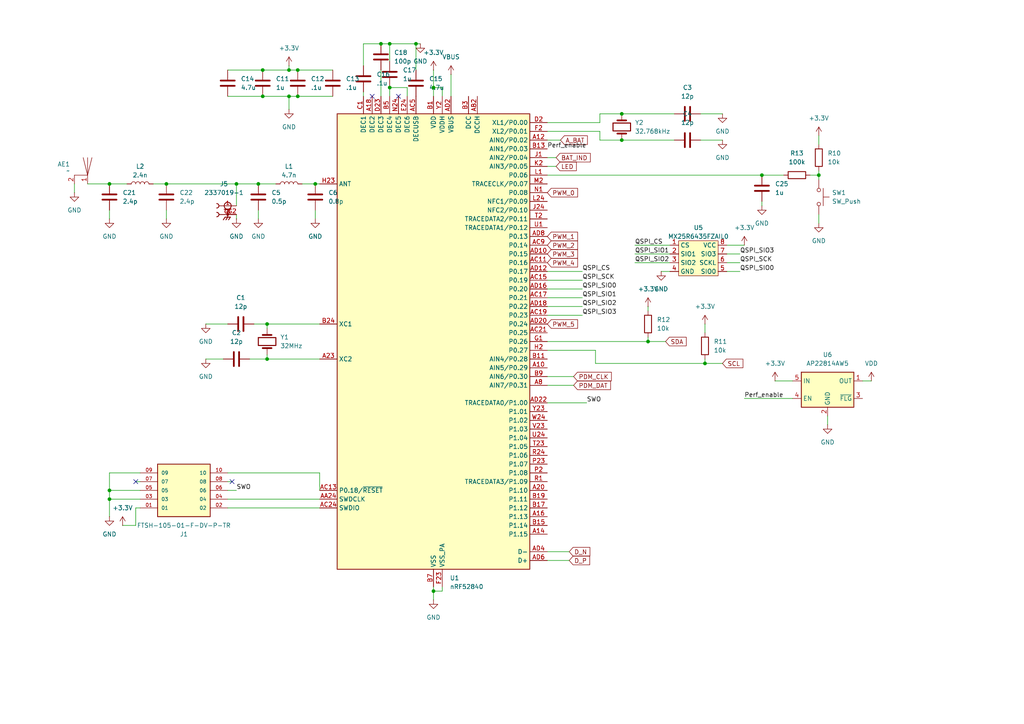
<source format=kicad_sch>
(kicad_sch (version 20231120) (generator "eeschema") (generator_version "8.0")
  (paper "A4")
  (lib_symbols
    (symbol "Device:C" (pin_numbers hide) (pin_names (offset 0.254))
      (property "Reference" "C" (at 0.635 2.54 0))
      (property "Value" "C" (at 0.635 -2.54 0))
      (symbol "C_0_1"
        (polyline (pts (xy -2.032 -0.762) (xy 2.032 -0.762)) (stroke (width 0.508)))
        (polyline (pts (xy -2.032 0.762) (xy 2.032 0.762)) (stroke (width 0.508)))
      )
      (symbol "C_1_1"
        (pin passive line (at 0 3.81 270) (length 2.794) (name "~") (number "1"))
        (pin passive line (at 0 -3.81 90) (length 2.794) (name "~") (number "2"))
      )
    )
    (symbol "Device:Crystal" (pin_numbers hide) (pin_names (offset 1.016) hide)
      (property "Reference" "Y" (at 0 3.81 0))
      (property "Value" "Crystal" (at 0 -3.81 0))
      (symbol "Crystal_0_1"
        (rectangle (start -1.143 2.54) (end 1.143 -2.54) (stroke (width 0.3048)))
        (polyline (pts (xy -2.54 0) (xy -1.905 0)))
        (polyline (pts (xy -1.905 -1.27) (xy -1.905 1.27)) (stroke (width 0.508)))
        (polyline (pts (xy 1.905 -1.27) (xy 1.905 1.27)) (stroke (width 0.508)))
        (polyline (pts (xy 2.54 0) (xy 1.905 0)))
      )
      (symbol "Crystal_1_1"
        (pin passive line (at -3.81 0 0) (length 1.27) (name "1") (number "1"))
        (pin passive line (at 3.81 0 180) (length 1.27) (name "2") (number "2"))
      )
    )
    (symbol "Device:L" (pin_numbers hide) (pin_names (offset 1.016) hide)
      (property "Reference" "L" (at -1.27 0 90))
      (property "Value" "L" (at 1.905 0 90))
      (symbol "L_0_1"
        (arc (start 0 -2.54) (mid 0.6323 -1.905) (end 0 -1.27))
        (arc (start 0 -1.27) (mid 0.6323 -0.635) (end 0 0))
        (arc (start 0 0) (mid 0.6323 0.635) (end 0 1.27))
        (arc (start 0 1.27) (mid 0.6323 1.905) (end 0 2.54))
      )
      (symbol "L_1_1"
        (pin passive line (at 0 3.81 270) (length 1.27) (name "1") (number "1"))
        (pin passive line (at 0 -3.81 90) (length 1.27) (name "2") (number "2"))
      )
    )
    (symbol "Device:R" (pin_numbers hide) (pin_names (offset 0))
      (property "Reference" "R" (at 2.032 0 90))
      (property "Value" "R" (at 0 0 90))
      (symbol "R_0_1"
        (rectangle (start -1.016 -2.54) (end 1.016 2.54) (stroke (width 0.254)))
      )
      (symbol "R_1_1"
        (pin passive line (at 0 3.81 270) (length 1.27) (name "~") (number "1"))
        (pin passive line (at 0 -3.81 90) (length 1.27) (name "~") (number "2"))
      )
    )
    (symbol "FTSH-105-01-F-DV-P-TR:FTSH-105-01-F-DV-P-TR" (pin_names (offset 1.016))
      (property "Reference" "J" (at -8.12 7.62 0))
      (property "Value" "FTSH-105-01-F-DV-P-TR" (at -7.62 -10.16 0))
      (symbol "FTSH-105-01-F-DV-P-TR_0_0"
        (rectangle (start -7.62 -7.62) (end 7.62 7.62) (stroke (width 0.254)) (fill (type background)))
        (pin passive line (at -12.7 5.08 0) (length 5.08) (name "01") (number "01"))
        (pin passive line (at 12.7 5.08 180) (length 5.08) (name "02") (number "02"))
        (pin passive line (at -12.7 2.54 0) (length 5.08) (name "03") (number "03"))
        (pin passive line (at 12.7 2.54 180) (length 5.08) (name "04") (number "04"))
        (pin passive line (at -12.7 0 0) (length 5.08) (name "05") (number "05"))
        (pin passive line (at 12.7 0 180) (length 5.08) (name "06") (number "06"))
        (pin passive line (at -12.7 -2.54 0) (length 5.08) (name "07") (number "07"))
        (pin passive line (at 12.7 -2.54 180) (length 5.08) (name "08") (number "08"))
        (pin passive line (at -12.7 -5.08 0) (length 5.08) (name "09") (number "09"))
        (pin passive line (at 12.7 -5.08 180) (length 5.08) (name "10") (number "10"))
      )
    )
    (symbol "MCU_Nordic:nRF52840"
      (property "Reference" "U" (at 0 5.08 0))
      (property "Value" "nRF52840" (at 0 2.54 0))
      (symbol "nRF52840_0_1"
        (rectangle (start -27.94 66.04) (end 27.94 -66.04) (stroke (width 0.254)) (fill (type background)))
      )
      (symbol "nRF52840_1_1"
        (pin bidirectional line (at 33.02 -7.62 180) (length 5.08) (name "AIN5/P0.29") (number "A10"))
        (pin bidirectional line (at 33.02 58.42 180) (length 5.08) (name "AIN0/P0.02") (number "A12"))
        (pin bidirectional line (at 33.02 -55.88 180) (length 5.08) (name "P1.15") (number "A14"))
        (pin bidirectional line (at 33.02 -50.8 180) (length 5.08) (name "P1.13") (number "A16"))
        (pin passive line (at -17.78 71.12 270) (length 5.08) (name "DEC2") (number "A18"))
        (pin bidirectional line (at 33.02 -43.18 180) (length 5.08) (name "P1.10") (number "A20"))
        (pin passive line (at 0 71.12 270) (length 5.08) hide (name "VDD") (number "A22"))
        (pin input line (at -33.02 -5.08 0) (length 5.08) (name "XC2") (number "A23"))
        (pin bidirectional line (at 33.02 -12.7 180) (length 5.08) (name "AIN7/P0.31") (number "A8"))
        (pin input line (at -33.02 -45.72 0) (length 5.08) (name "SWDCLK") (number "AA24"))
        (pin power_out line (at 12.7 71.12 270) (length 5.08) (name "DCCH") (number "AB2"))
        (pin bidirectional line (at 33.02 22.86 180) (length 5.08) (name "P0.16") (number "AC11"))
        (pin bidirectional line (at -33.02 -43.18 0) (length 5.08) (name "P0.18/~{RESET}") (number "AC13"))
        (pin bidirectional line (at 33.02 17.78 180) (length 5.08) (name "P0.19") (number "AC15"))
        (pin bidirectional line (at 33.02 12.7 180) (length 5.08) (name "P0.21") (number "AC17"))
        (pin bidirectional line (at 33.02 7.62 180) (length 5.08) (name "P0.23") (number "AC19"))
        (pin bidirectional line (at 33.02 2.54 180) (length 5.08) (name "P0.25") (number "AC21"))
        (pin bidirectional line (at -33.02 -48.26 0) (length 5.08) (name "SWDIO") (number "AC24"))
        (pin passive line (at -5.08 71.12 270) (length 5.08) (name "DECUSB") (number "AC5"))
        (pin bidirectional line (at 33.02 27.94 180) (length 5.08) (name "P0.14") (number "AC9"))
        (pin bidirectional line (at 33.02 25.4 180) (length 5.08) (name "P0.15") (number "AD10"))
        (pin bidirectional line (at 33.02 20.32 180) (length 5.08) (name "P0.17") (number "AD12"))
        (pin passive line (at 0 71.12 270) (length 5.08) hide (name "VDD") (number "AD14"))
        (pin bidirectional line (at 33.02 15.24 180) (length 5.08) (name "P0.20") (number "AD16"))
        (pin bidirectional line (at 33.02 10.16 180) (length 5.08) (name "P0.22") (number "AD18"))
        (pin power_in line (at 5.08 71.12 270) (length 5.08) (name "VBUS") (number "AD2"))
        (pin bidirectional line (at 33.02 5.08 180) (length 5.08) (name "P0.24") (number "AD20"))
        (pin bidirectional line (at 33.02 -17.78 180) (length 5.08) (name "TRACEDATA0/P1.00") (number "AD22"))
        (pin passive line (at 0 71.12 270) (length 5.08) hide (name "VDD") (number "AD23"))
        (pin bidirectional line (at 33.02 -60.96 180) (length 5.08) (name "D-") (number "AD4"))
        (pin bidirectional line (at 33.02 -63.5 180) (length 5.08) (name "D+") (number "AD6"))
        (pin bidirectional line (at 33.02 30.48 180) (length 5.08) (name "P0.13") (number "AD8"))
        (pin power_in line (at 0 71.12 270) (length 5.08) (name "VDD") (number "B1"))
        (pin bidirectional line (at 33.02 -5.08 180) (length 5.08) (name "AIN4/P0.28") (number "B11"))
        (pin bidirectional line (at 33.02 55.88 180) (length 5.08) (name "AIN1/P0.03") (number "B13"))
        (pin bidirectional line (at 33.02 -53.34 180) (length 5.08) (name "P1.14") (number "B15"))
        (pin bidirectional line (at 33.02 -48.26 180) (length 5.08) (name "P1.12") (number "B17"))
        (pin bidirectional line (at 33.02 -45.72 180) (length 5.08) (name "P1.11") (number "B19"))
        (pin input line (at -33.02 5.08 0) (length 5.08) (name "XC1") (number "B24"))
        (pin power_out line (at 10.16 71.12 270) (length 5.08) (name "DCC") (number "B3"))
        (pin passive line (at -12.7 71.12 270) (length 5.08) (name "DEC4") (number "B5"))
        (pin power_in line (at 0 -71.12 90) (length 5.08) (name "VSS") (number "B7"))
        (pin bidirectional line (at 33.02 -10.16 180) (length 5.08) (name "AIN6/P0.30") (number "B9"))
        (pin passive line (at -20.32 71.12 270) (length 5.08) (name "DEC1") (number "C1"))
        (pin bidirectional line (at 33.02 63.5 180) (length 5.08) (name "XL1/P0.00") (number "D2"))
        (pin passive line (at -15.24 71.12 270) (length 5.08) (name "DEC3") (number "D23"))
        (pin passive line (at -7.62 71.12 270) (length 5.08) (name "DEC6") (number "E24"))
        (pin passive line (at 0 -71.12 90) (length 5.08) hide (name "VSS") (number "EP"))
        (pin bidirectional line (at 33.02 60.96 180) (length 5.08) (name "XL2/P0.01") (number "F2"))
        (pin power_in line (at 2.54 -71.12 90) (length 5.08) (name "VSS_PA") (number "F23"))
        (pin bidirectional line (at 33.02 0 180) (length 5.08) (name "P0.26") (number "G1"))
        (pin bidirectional line (at 33.02 -2.54 180) (length 5.08) (name "P0.27") (number "H2"))
        (pin passive line (at -33.02 45.72 0) (length 5.08) (name "ANT") (number "H23"))
        (pin bidirectional line (at 33.02 53.34 180) (length 5.08) (name "AIN2/P0.04") (number "J1"))
        (pin bidirectional line (at 33.02 38.1 180) (length 5.08) (name "NFC2/P0.10") (number "J24"))
        (pin bidirectional line (at 33.02 50.8 180) (length 5.08) (name "AIN3/P0.05") (number "K2"))
        (pin bidirectional line (at 33.02 48.26 180) (length 5.08) (name "P0.06") (number "L1"))
        (pin bidirectional line (at 33.02 40.64 180) (length 5.08) (name "NFC1/P0.09") (number "L24"))
        (pin bidirectional line (at 33.02 45.72 180) (length 5.08) (name "TRACECLK/P0.07") (number "M2"))
        (pin bidirectional line (at 33.02 43.18 180) (length 5.08) (name "P0.08") (number "N1"))
        (pin passive line (at -10.16 71.12 270) (length 5.08) (name "DEC5") (number "N24"))
        (pin bidirectional line (at 33.02 -38.1 180) (length 5.08) (name "P1.08") (number "P2"))
        (pin bidirectional line (at 33.02 -35.56 180) (length 5.08) (name "P1.07") (number "P23"))
        (pin bidirectional line (at 33.02 -40.64 180) (length 5.08) (name "TRACEDATA3/P1.09") (number "R1"))
        (pin bidirectional line (at 33.02 -33.02 180) (length 5.08) (name "P1.06") (number "R24"))
        (pin bidirectional line (at 33.02 35.56 180) (length 5.08) (name "TRACEDATA2/P0.11") (number "T2"))
        (pin bidirectional line (at 33.02 -30.48 180) (length 5.08) (name "P1.05") (number "T23"))
        (pin bidirectional line (at 33.02 33.02 180) (length 5.08) (name "TRACEDATA1/P0.12") (number "U1"))
        (pin bidirectional line (at 33.02 -27.94 180) (length 5.08) (name "P1.04") (number "U24"))
        (pin bidirectional line (at 33.02 -25.4 180) (length 5.08) (name "P1.03") (number "V23"))
        (pin passive line (at 0 71.12 270) (length 5.08) hide (name "VDD") (number "W1"))
        (pin bidirectional line (at 33.02 -22.86 180) (length 5.08) (name "P1.02") (number "W24"))
        (pin power_in line (at 2.54 71.12 270) (length 5.08) (name "VDDH") (number "Y2"))
        (pin bidirectional line (at 33.02 -20.32 180) (length 5.08) (name "P1.01") (number "Y23"))
      )
    )
    (symbol "Power_Management:AP22814AW5"
      (property "Reference" "U" (at -7.62 -6.35 0))
      (property "Value" "AP22814AW5" (at -7.62 6.35 0))
      (symbol "AP22814AW5_0_1"
        (rectangle (start -7.62 5.08) (end 7.62 -5.08) (stroke (width 0.254)) (fill (type background)))
      )
      (symbol "AP22814AW5_1_1"
        (pin power_out line (at 10.16 2.54 180) (length 2.54) (name "OUT") (number "1"))
        (pin power_in line (at 0 -7.62 90) (length 2.54) (name "GND") (number "2"))
        (pin open_collector line (at 10.16 -2.54 180) (length 2.54) (name "~{FLG}") (number "3"))
        (pin input line (at -10.16 -2.54 0) (length 2.54) (name "EN") (number "4"))
        (pin power_in line (at -10.16 2.54 0) (length 2.54) (name "IN") (number "5"))
      )
    )
    (symbol "Switch:SW_Push" (pin_numbers hide) (pin_names (offset 1.016) hide)
      (property "Reference" "SW" (at 1.27 2.54 0))
      (property "Value" "SW_Push" (at 0 -1.524 0))
      (symbol "SW_Push_0_1"
        (circle (center -2.032 0) (radius 0.508))
        (polyline (pts (xy 0 1.27) (xy 0 3.048)))
        (polyline (pts (xy 2.54 1.27) (xy -2.54 1.27)))
        (circle (center 2.032 0) (radius 0.508))
        (pin passive line (at -5.08 0 0) (length 2.54) (name "1") (number "1"))
        (pin passive line (at 5.08 0 180) (length 2.54) (name "2") (number "2"))
      )
    )
    (symbol "generic:2337019-1" (pin_names (offset 1.016))
      (property "Reference" "J" (at -3.81 1.524 0))
      (property "Value" "2337019-1" (at -4.064 -6.858 0))
      (symbol "2337019-1_0_0"
        (arc (start -3.175 -3.175) (mid -2.5427 -2.54) (end -3.175 -1.905) (stroke (width 0.254)))
        (arc (start -3.175 -0.635) (mid -2.5427 0) (end -3.175 0.635) (stroke (width 0.254)))
        (circle (center 0 -2.54) (radius 0.254) (stroke (width 0.254)))
        (polyline (pts (xy -1.016 -1.016) (xy 0 -1.016)) (stroke (width 0.254)))
        (polyline (pts (xy -0.762 -3.302) (xy -1.27 -4.064)) (stroke (width 0.254)))
        (polyline (pts (xy 0 -3.302) (xy -0.762 -3.302)) (stroke (width 0.254)))
        (polyline (pts (xy 0 -3.302) (xy -0.508 -4.064)) (stroke (width 0.254)))
        (polyline (pts (xy 0 -3.302) (xy 0.762 -3.302)) (stroke (width 0.254)))
        (polyline (pts (xy 0 -1.016) (xy 0 -3.302)) (stroke (width 0.254)))
        (polyline (pts (xy 0 -1.016) (xy 1.016 -1.016)) (stroke (width 0.254)))
        (polyline (pts (xy 0.762 -3.302) (xy 0.254 -4.064)) (stroke (width 0.254)))
        (circle (center 0 0) (radius 1.016) (stroke (width 0.254)))
        (pin passive line (at 2.54 0 180) (length 5.08) (name "~") (number "1"))
        (pin power_in line (at 2.54 -2.54 180) (length 5.08) (name "~") (number "G1"))
      )
      (symbol "2337019-1_1_1"
        (pin input line (at 2.54 -2.54 180) (length 2.54) (name "") (number "G2"))
      )
    )
    (symbol "generic:MX25R6435FZAIL0"
      (property "Reference" "U" (at -6.096 -5.334 0))
      (symbol "MX25R6435FZAIL0_1_1"
        (rectangle (start -6.35 6.35) (end 5.08 -3.81) (fill (type background)))
        (pin input line (at -8.89 5.08 0) (length 2.54) (name "CS") (number "1"))
        (pin input line (at -8.89 2.54 0) (length 2.54) (name "SIO1") (number "2"))
        (pin input line (at -8.89 0 0) (length 2.54) (name "SIO2") (number "3"))
        (pin power_in line (at -8.89 -2.54 0) (length 2.54) (name "GND") (number "4"))
        (pin input line (at 7.62 -2.54 180) (length 2.54) (name "SIO0") (number "5"))
        (pin input line (at 7.62 0 180) (length 2.54) (name "SCKL") (number "6"))
        (pin input line (at 7.62 2.54 180) (length 2.54) (name "SIO3") (number "7"))
        (pin power_in line (at 7.62 5.08 180) (length 2.54) (name "VCC") (number "8"))
      )
    )
    (symbol "generic:Trace_Antenna"
      (property "Reference" "AE" (at -10.922 0.254 0))
      (symbol "Trace_Antenna_0_1"
        (polyline (pts (xy 0 0) (xy -1.27 5.08)))
        (polyline (pts (xy 0 0) (xy 0 5.08)))
        (polyline (pts (xy 0 0) (xy 1.27 5.08)))
        (polyline (pts (xy 3.81 0) (xy 0 0)))
      )
      (symbol "Trace_Antenna_1_1"
        (pin input line (at 0 -2.54 90) (length 2.54) (name "") (number "1"))
        (pin power_in line (at 3.81 -2.54 90) (length 2.54) (name "") (number "2"))
      )
    )
    (symbol "power:+3.3V" (power) (pin_numbers hide) (pin_names (offset 0) hide)
      (property "Value" "+3.3V" (at 0 3.556 0))
      (symbol "+3.3V_0_1"
        (polyline (pts (xy -0.762 1.27) (xy 0 2.54)))
        (polyline (pts (xy 0 0) (xy 0 2.54)))
        (polyline (pts (xy 0 2.54) (xy 0.762 1.27)))
      )
      (symbol "+3.3V_1_1"
        (pin power_in line (at 0 0 90) (length 0) (name "~") (number "1"))
      )
    )
    (symbol "power:GND" (power) (pin_numbers hide) (pin_names (offset 0) hide)
      (property "Value" "GND" (at 0 -3.81 0))
      (symbol "GND_0_1"
        (polyline (pts (xy 0 0) (xy 0 -1.27) (xy 1.27 -1.27) (xy 0 -2.54) (xy -1.27 -1.27) (xy 0 -1.27)))
      )
      (symbol "GND_1_1"
        (pin power_in line (at 0 0 270) (length 0) (name "~") (number "1"))
      )
    )
    (symbol "power:VBUS" (power) (pin_numbers hide) (pin_names (offset 0) hide)
      (property "Value" "VBUS" (at 0 3.556 0))
      (symbol "VBUS_0_1"
        (polyline (pts (xy -0.762 1.27) (xy 0 2.54)))
        (polyline (pts (xy 0 0) (xy 0 2.54)))
        (polyline (pts (xy 0 2.54) (xy 0.762 1.27)))
      )
      (symbol "VBUS_1_1"
        (pin power_in line (at 0 0 90) (length 0) (name "~") (number "1"))
      )
    )
    (symbol "power:VDD" (power) (pin_numbers hide) (pin_names (offset 0) hide)
      (property "Value" "VDD" (at 0 3.556 0))
      (symbol "VDD_0_1"
        (polyline (pts (xy -0.762 1.27) (xy 0 2.54)))
        (polyline (pts (xy 0 0) (xy 0 2.54)))
        (polyline (pts (xy 0 2.54) (xy 0.762 1.27)))
      )
      (symbol "VDD_1_1"
        (pin power_in line (at 0 0 90) (length 0) (name "~") (number "1"))
      )
    )
  )
  (junction (at 74.93 53.34))
  (junction (at 83.82 20.32))
  (junction (at 110.49 12.7))
  (junction (at 220.98 50.8))
  (junction (at 76.2 27.94))
  (junction (at 180.34 40.64))
  (junction (at 31.75 144.78))
  (junction (at 113.03 12.7))
  (junction (at 86.36 27.94))
  (junction (at 125.73 25.4))
  (junction (at 83.82 27.94))
  (junction (at 48.26 53.34))
  (junction (at 76.2 20.32))
  (junction (at 31.75 53.34))
  (junction (at 187.96 99.06))
  (junction (at 68.58 53.34))
  (junction (at 125.73 171.45))
  (junction (at 180.34 33.02))
  (junction (at 77.47 93.98))
  (junction (at 237.49 50.8))
  (junction (at 120.65 12.7))
  (junction (at 204.47 105.41))
  (junction (at 113.03 25.4))
  (junction (at 31.75 142.24))
  (junction (at 77.47 104.14))
  (junction (at 91.44 53.34))
  (junction (at 86.36 20.32))
  (no_connect (at 115.57 27.94))
  (no_connect (at 107.95 27.94))
  (no_connect (at 39.37 139.7))
  (no_connect (at 67.31 139.7))
  (wire (pts (xy 214.63 78.74) (xy 210.82 78.74)))
  (wire (pts (xy 187.96 99.06) (xy 193.04 99.06)))
  (wire (pts (xy 73.66 93.98) (xy 77.47 93.98)))
  (wire (pts (xy 203.2 40.64) (xy 209.55 40.64)))
  (wire (pts (xy 252.73 110.49) (xy 250.19 110.49)))
  (wire (pts (xy 83.82 27.94) (xy 83.82 31.75)))
  (wire (pts (xy 91.44 60.96) (xy 91.44 63.5)))
  (wire (pts (xy 130.81 21.59) (xy 130.81 27.94)))
  (wire (pts (xy 25.4 53.34) (xy 31.75 53.34)))
  (wire (pts (xy 59.69 93.98) (xy 66.04 93.98)))
  (wire (pts (xy 68.58 62.23) (xy 68.58 63.5)))
  (wire (pts (xy 31.75 142.24) (xy 40.64 142.24)))
  (wire (pts (xy 240.03 123.19) (xy 240.03 120.65)))
  (wire (pts (xy 237.49 62.23) (xy 237.49 64.77)))
  (wire (pts (xy 125.73 171.45) (xy 128.27 171.45)))
  (wire (pts (xy 165.1 160.02) (xy 158.75 160.02)))
  (wire (pts (xy 173.99 40.64) (xy 180.34 40.64)))
  (wire (pts (xy 214.63 73.66) (xy 210.82 73.66)))
  (wire (pts (xy 68.58 142.24) (xy 66.04 142.24)))
  (wire (pts (xy 125.73 25.4) (xy 125.73 27.94)))
  (wire (pts (xy 86.36 20.32) (xy 96.52 20.32)))
  (wire (pts (xy 224.79 110.49) (xy 229.87 110.49)))
  (wire (pts (xy 173.99 33.02) (xy 180.34 33.02)))
  (wire (pts (xy 191.77 78.74) (xy 194.31 78.74)))
  (wire (pts (xy 48.26 53.34) (xy 68.58 53.34)))
  (wire (pts (xy 31.75 60.96) (xy 31.75 63.5)))
  (wire (pts (xy 39.37 152.4) (xy 39.37 147.32)))
  (wire (pts (xy 125.73 173.99) (xy 125.73 171.45)))
  (wire (pts (xy 204.47 104.14) (xy 204.47 105.41)))
  (wire (pts (xy 66.04 27.94) (xy 76.2 27.94)))
  (wire (pts (xy 168.91 81.28) (xy 158.75 81.28)))
  (wire (pts (xy 161.29 45.72) (xy 158.75 45.72)))
  (wire (pts (xy 66.04 144.78) (xy 92.71 144.78)))
  (wire (pts (xy 77.47 93.98) (xy 92.71 93.98)))
  (wire (pts (xy 168.91 86.36) (xy 158.75 86.36)))
  (wire (pts (xy 83.82 19.05) (xy 83.82 20.32)))
  (wire (pts (xy 31.75 149.86) (xy 31.75 144.78)))
  (wire (pts (xy 180.34 33.02) (xy 195.58 33.02)))
  (wire (pts (xy 83.82 27.94) (xy 86.36 27.94)))
  (wire (pts (xy 31.75 137.16) (xy 31.75 142.24)))
  (wire (pts (xy 68.58 59.69) (xy 68.58 53.34)))
  (wire (pts (xy 40.64 137.16) (xy 31.75 137.16)))
  (wire (pts (xy 165.1 162.56) (xy 158.75 162.56)))
  (wire (pts (xy 113.03 12.7) (xy 120.65 12.7)))
  (wire (pts (xy 105.41 19.05) (xy 105.41 12.7)))
  (wire (pts (xy 168.91 88.9) (xy 158.75 88.9)))
  (wire (pts (xy 210.82 71.12) (xy 215.9 71.12)))
  (wire (pts (xy 168.91 91.44) (xy 158.75 91.44)))
  (wire (pts (xy 161.29 48.26) (xy 158.75 48.26)))
  (wire (pts (xy 31.75 142.24) (xy 31.75 144.78)))
  (wire (pts (xy 172.72 105.41) (xy 204.47 105.41)))
  (wire (pts (xy 121.92 12.7) (xy 120.65 12.7)))
  (wire (pts (xy 158.75 35.56) (xy 173.99 35.56)))
  (wire (pts (xy 48.26 60.96) (xy 48.26 63.5)))
  (wire (pts (xy 21.59 55.88) (xy 21.59 53.34)))
  (wire (pts (xy 66.04 137.16) (xy 92.71 137.16)))
  (wire (pts (xy 87.63 53.34) (xy 91.44 53.34)))
  (wire (pts (xy 125.73 20.32) (xy 125.73 25.4)))
  (wire (pts (xy 158.75 99.06) (xy 187.96 99.06)))
  (wire (pts (xy 173.99 35.56) (xy 173.99 33.02)))
  (wire (pts (xy 76.2 27.94) (xy 83.82 27.94)))
  (wire (pts (xy 158.75 111.76) (xy 166.37 111.76)))
  (wire (pts (xy 184.15 76.2) (xy 194.31 76.2)))
  (wire (pts (xy 234.95 50.8) (xy 237.49 50.8)))
  (wire (pts (xy 118.11 25.4) (xy 118.11 27.94)))
  (wire (pts (xy 215.9 115.57) (xy 229.87 115.57)))
  (wire (pts (xy 220.98 50.8) (xy 227.33 50.8)))
  (wire (pts (xy 113.03 27.94) (xy 113.03 25.4)))
  (wire (pts (xy 110.49 20.32) (xy 110.49 27.94)))
  (wire (pts (xy 184.15 73.66) (xy 194.31 73.66)))
  (wire (pts (xy 203.2 33.02) (xy 209.55 33.02)))
  (wire (pts (xy 83.82 20.32) (xy 86.36 20.32)))
  (wire (pts (xy 110.49 12.7) (xy 113.03 12.7)))
  (wire (pts (xy 237.49 49.53) (xy 237.49 50.8)))
  (wire (pts (xy 67.31 139.7) (xy 66.04 139.7)))
  (wire (pts (xy 168.91 78.74) (xy 158.75 78.74)))
  (wire (pts (xy 128.27 25.4) (xy 128.27 27.94)))
  (wire (pts (xy 170.18 116.84) (xy 158.75 116.84)))
  (wire (pts (xy 74.93 53.34) (xy 80.01 53.34)))
  (wire (pts (xy 214.63 76.2) (xy 210.82 76.2)))
  (wire (pts (xy 237.49 39.37) (xy 237.49 41.91)))
  (wire (pts (xy 125.73 171.45) (xy 125.73 170.18)))
  (wire (pts (xy 162.56 40.64) (xy 158.75 40.64)))
  (wire (pts (xy 237.49 50.8) (xy 237.49 52.07)))
  (wire (pts (xy 158.75 50.8) (xy 220.98 50.8)))
  (wire (pts (xy 39.37 152.4) (xy 35.56 152.4)))
  (wire (pts (xy 39.37 139.7) (xy 40.64 139.7)))
  (wire (pts (xy 120.65 12.7) (xy 120.65 20.32)))
  (wire (pts (xy 158.75 38.1) (xy 173.99 38.1)))
  (wire (pts (xy 180.34 40.64) (xy 195.58 40.64)))
  (wire (pts (xy 168.91 83.82) (xy 158.75 83.82)))
  (wire (pts (xy 113.03 17.78) (xy 113.03 12.7)))
  (wire (pts (xy 172.72 101.6) (xy 158.75 101.6)))
  (wire (pts (xy 66.04 20.32) (xy 76.2 20.32)))
  (wire (pts (xy 77.47 102.87) (xy 77.47 104.14)))
  (wire (pts (xy 128.27 171.45) (xy 128.27 170.18)))
  (wire (pts (xy 68.58 53.34) (xy 74.93 53.34)))
  (wire (pts (xy 184.15 71.12) (xy 194.31 71.12)))
  (wire (pts (xy 76.2 20.32) (xy 83.82 20.32)))
  (wire (pts (xy 66.04 147.32) (xy 92.71 147.32)))
  (wire (pts (xy 31.75 53.34) (xy 36.83 53.34)))
  (wire (pts (xy 31.75 144.78) (xy 40.64 144.78)))
  (wire (pts (xy 92.71 137.16) (xy 92.71 142.24)))
  (wire (pts (xy 172.72 105.41) (xy 172.72 101.6)))
  (wire (pts (xy 72.39 104.14) (xy 77.47 104.14)))
  (wire (pts (xy 113.03 25.4) (xy 118.11 25.4)))
  (wire (pts (xy 204.47 96.52) (xy 204.47 93.98)))
  (wire (pts (xy 91.44 53.34) (xy 92.71 53.34)))
  (wire (pts (xy 125.73 25.4) (xy 128.27 25.4)))
  (wire (pts (xy 59.69 104.14) (xy 64.77 104.14)))
  (wire (pts (xy 74.93 60.96) (xy 74.93 63.5)))
  (wire (pts (xy 77.47 104.14) (xy 92.71 104.14)))
  (wire (pts (xy 105.41 12.7) (xy 110.49 12.7)))
  (wire (pts (xy 44.45 53.34) (xy 48.26 53.34)))
  (wire (pts (xy 86.36 27.94) (xy 96.52 27.94)))
  (wire (pts (xy 220.98 59.69) (xy 220.98 58.42)))
  (wire (pts (xy 39.37 147.32) (xy 40.64 147.32)))
  (wire (pts (xy 158.75 109.22) (xy 166.37 109.22)))
  (wire (pts (xy 173.99 38.1) (xy 173.99 40.64)))
  (wire (pts (xy 105.41 26.67) (xy 105.41 27.94)))
  (wire (pts (xy 187.96 97.79) (xy 187.96 99.06)))
  (wire (pts (xy 77.47 95.25) (xy 77.47 93.98)))
  (wire (pts (xy 187.96 90.17) (xy 187.96 88.9)))
  (wire (pts (xy 204.47 105.41) (xy 209.55 105.41)))
  (label "Perf_enable" (at 215.9 115.57 0))
  (label "QSPI_SIO0" (at 214.63 78.74 0))
  (label "QSPI_SCK" (at 168.91 81.28 0))
  (label "SWO" (at 68.58 142.24 0))
  (label "SWO" (at 170.18 116.84 0))
  (label "QSPI_SCK" (at 214.63 76.2 0))
  (label "QSPI_SIO1" (at 184.15 73.66 0))
  (label "QSPI_SIO2" (at 168.91 88.9 0))
  (label "QSPI_SIO1" (at 168.91 86.36 0))
  (label "Perf_enable" (at 158.75 43.18 0))
  (label "QSPI_CS" (at 168.91 78.74 0))
  (label "QSPI_SIO3" (at 214.63 73.66 0))
  (label "QSPI_SIO3" (at 168.91 91.44 0))
  (label "QSPI_CS" (at 184.15 71.12 0))
  (label "QSPI_SIO0" (at 168.91 83.82 0))
  (label "QSPI_SIO2" (at 184.15 76.2 0))
  (global_label "SCL" (shape input) (at 209.55 105.41 0) (property "Intersheetrefs" "${INTERSHEET_REFS}" (effects (hide yes))))
  (global_label "D_N" (shape input) (at 165.1 160.02 0) (property "Intersheetrefs" "${INTERSHEET_REFS}" (effects (hide yes))))
  (global_label "A_BAT" (shape input) (at 162.56 40.64 0) (property "Intersheetrefs" "${INTERSHEET_REFS}" (effects (hide yes))))
  (global_label "PWM_1" (shape input) (at 158.75 68.58 0) (property "Intersheetrefs" "${INTERSHEET_REFS}" (effects (hide yes))))
  (global_label "PDM_DAT" (shape input) (at 166.37 111.76 0) (property "Intersheetrefs" "${INTERSHEET_REFS}" (effects (hide yes))))
  (global_label "PWM_4" (shape input) (at 158.75 76.2 0) (property "Intersheetrefs" "${INTERSHEET_REFS}" (effects (hide yes))))
  (global_label "PWM_2" (shape input) (at 158.75 71.12 0) (property "Intersheetrefs" "${INTERSHEET_REFS}" (effects (hide yes))))
  (global_label "LED" (shape input) (at 161.29 48.26 0) (property "Intersheetrefs" "${INTERSHEET_REFS}" (effects (hide yes))))
  (global_label "PWM_5" (shape input) (at 158.75 93.98 0) (property "Intersheetrefs" "${INTERSHEET_REFS}" (effects (hide yes))))
  (global_label "D_P" (shape input) (at 165.1 162.56 0) (property "Intersheetrefs" "${INTERSHEET_REFS}" (effects (hide yes))))
  (global_label "SDA" (shape input) (at 193.04 99.06 0) (property "Intersheetrefs" "${INTERSHEET_REFS}" (effects (hide yes))))
  (global_label "PDM_CLK" (shape input) (at 166.37 109.22 0) (property "Intersheetrefs" "${INTERSHEET_REFS}" (effects (hide yes))))
  (global_label "PWM_3" (shape input) (at 158.75 73.66 0) (property "Intersheetrefs" "${INTERSHEET_REFS}" (effects (hide yes))))
  (global_label "BAT_IND" (shape input) (at 161.29 45.72 0) (property "Intersheetrefs" "${INTERSHEET_REFS}" (effects (hide yes))))
  (global_label "PWM_0" (shape input) (at 158.75 55.88 0) (property "Intersheetrefs" "${INTERSHEET_REFS}" (effects (hide yes))))
  (symbol (lib_id "power:VBUS") (at 130.81 21.59 0) (unit 1)
    (property "Reference" "#PWR039" (effects (hide yes)))
    (property "Value" "VBUS" (at 130.81 16.51 0))
    (property "Description" "Power symbol creates a global label with name \"VBUS\"" (effects (hide yes)))
  )
  (symbol (lib_id "generic:2337019-1") (at 66.04 59.69 0) (unit 1)
    (property "Reference" "J5" (at 64.9605 53.34 0))
    (property "Value" "2337019-1" (at 64.9605 55.88 0))
    (property "Footprint" "Personal:TE_2337019-1" (effects (hide yes)))
    (property "PARTREV" "A4" (effects (hide yes)))
    (property "STANDARD" "Manufacturer Recommendations" (effects (hide yes)))
    (property "MAXIMUM_PACKAGE_HEIGHT" "1.25mm" (effects (hide yes)))
    (property "MANUFACTURER" "TE Connectivity" (effects (hide yes)))
  )
  (symbol (lib_id "Device:C") (at 110.49 16.51 0) (unit 1)
    (property "Reference" "C18" (at 114.3 15.2399 0) (effects (justify left)))
    (property "Value" "100p" (at 114.3 17.7799 0) (effects (justify left)))
    (property "Footprint" "Capacitor_SMD:C_0603_1608Metric" (effects (hide yes)))
    (property "Description" "Unpolarized capacitor" (effects (hide yes)))
    (property "LCSC PN" "C14665" (effects (hide yes)))
  )
  (symbol (lib_id "power:GND") (at 209.55 40.64 0) (unit 1)
    (property "Reference" "#PWR08" (effects (hide yes)))
    (property "Value" "GND" (at 209.55 45.72 0))
    (property "Description" "Power symbol creates a global label with name \"GND\" , ground" (effects (hide yes)))
  )
  (symbol (lib_id "Device:C") (at 113.03 21.59 0) (unit 1)
    (property "Reference" "C17" (at 116.84 20.3199 0) (effects (justify left)))
    (property "Value" "1u" (at 116.84 22.8599 0) (effects (justify left)))
    (property "Footprint" "Capacitor_SMD:C_0603_1608Metric" (effects (hide yes)))
    (property "Description" "Unpolarized capacitor" (effects (hide yes)))
    (property "LCSC PN" "C15849" (effects (hide yes)))
  )
  (symbol (lib_id "power:GND") (at 191.77 78.74 0) (unit 1)
    (property "Reference" "#PWR033" (effects (hide yes)))
    (property "Value" "GND" (at 191.77 83.82 0))
    (property "Description" "Power symbol creates a global label with name \"GND\" , ground" (effects (hide yes)))
  )
  (symbol (lib_id "Device:C") (at 96.52 24.13 0) (unit 1)
    (property "Reference" "C13" (at 100.33 22.8599 0) (effects (justify left)))
    (property "Value" ".1u" (at 100.33 25.3999 0) (effects (justify left)))
    (property "Footprint" "Capacitor_SMD:C_0603_1608Metric" (effects (hide yes)))
    (property "Description" "Unpolarized capacitor" (effects (hide yes)))
    (property "LCSC PN" "C14663" (effects (hide yes)))
  )
  (symbol (lib_id "Device:C") (at 68.58 104.14 90) (unit 1)
    (property "Reference" "C2" (at 68.58 96.52 90))
    (property "Value" "12p" (at 68.58 99.06 90))
    (property "Footprint" "Capacitor_SMD:C_0603_1608Metric" (effects (hide yes)))
    (property "Description" "Unpolarized capacitor" (effects (hide yes)))
    (property "LCSC PN" "C107034" (effects (hide yes)))
  )
  (symbol (lib_id "Device:C") (at 74.93 57.15 0) (unit 1)
    (property "Reference" "C5" (at 78.74 55.8799 0) (effects (justify left)))
    (property "Value" "0.5p" (at 78.74 58.4199 0) (effects (justify left)))
    (property "Footprint" "Capacitor_SMD:C_0603_1608Metric" (effects (hide yes)))
    (property "Description" "Unpolarized capacitor" (effects (hide yes)))
    (property "LCSC PN" "C162254" (effects (hide yes)))
  )
  (symbol (lib_id "FTSH-105-01-F-DV-P-TR:FTSH-105-01-F-DV-P-TR") (at 53.34 142.24 0) (mirror x) (unit 1)
    (property "Reference" "J1" (at 53.34 154.94 0))
    (property "Value" "FTSH-105-01-F-DV-P-TR" (at 53.34 152.4 0))
    (property "Footprint" "Personal:SAMTEC_FTSH-105-01-F-DV-P-TR" (effects (hide yes)))
    (property "PARTREV" "R" (effects (hide yes)))
    (property "MANUFACTURER" "Samtec" (effects (hide yes)))
    (property "STANDARD" "Manufacturer Recommendations" (effects (hide yes)))
    (property "LCSC PN" "C5136979" (effects (hide yes)))
    (property "Part Number" "FTSH-105-01-F-DV-P-TR" (effects (hide yes)))
  )
  (symbol (lib_id "Device:L") (at 40.64 53.34 90) (unit 1)
    (property "Reference" "L2" (at 40.64 48.26 90))
    (property "Value" "2.4n" (at 40.64 50.8 90))
    (property "Footprint" "Inductor_SMD:L_0603_1608Metric" (effects (hide yes)))
    (property "Description" "Inductor" (effects (hide yes)))
    (property "LCSC PN" "C2042508" (effects (hide yes)))
  )
  (symbol (lib_id "power:VDD") (at 252.73 110.49 0) (unit 1)
    (property "Reference" "#PWR043" (effects (hide yes)))
    (property "Value" "VDD" (at 252.73 105.41 0))
    (property "Description" "Power symbol creates a global label with name \"VDD\"" (effects (hide yes)))
  )
  (symbol (lib_id "power:+3.3V") (at 187.96 88.9 0) (unit 1)
    (property "Reference" "#PWR081" (effects (hide yes)))
    (property "Value" "+3.3V" (at 187.96 83.82 0))
    (property "Description" "Power symbol creates a global label with name \"+3.3V\"" (effects (hide yes)))
  )
  (symbol (lib_id "Device:C") (at 105.41 22.86 0) (unit 1)
    (property "Reference" "C16" (at 109.22 21.5899 0) (effects (justify left)))
    (property "Value" ".1u" (at 109.22 24.1299 0) (effects (justify left)))
    (property "Footprint" "Capacitor_SMD:C_0603_1608Metric" (effects (hide yes)))
    (property "Description" "Unpolarized capacitor" (effects (hide yes)))
    (property "LCSC PN" "C14663" (effects (hide yes)))
  )
  (symbol (lib_id "power:GND") (at 220.98 59.69 0) (unit 1)
    (property "Reference" "#PWR082" (effects (hide yes)))
    (property "Value" "GND" (at 220.98 64.77 0))
    (property "Description" "Power symbol creates a global label with name \"GND\" , ground" (effects (hide yes)))
  )
  (symbol (lib_id "MCU_Nordic:nRF52840") (at 125.73 99.06 0) (unit 1)
    (property "Reference" "U1" (at 130.4641 167.64 0) (effects (justify left)))
    (property "Value" "nRF52840" (at 130.4641 170.18 0) (effects (justify left)))
    (property "Footprint" "Package_DFN_QFN:Nordic_AQFN-73-1EP_7x7mm_P0.5mm" (effects (hide yes)))
    (property "Datasheet" "http://infocenter.nordicsemi.com/topic/com.nordic.infocenter.nrf52/dita/nrf52/chips/nrf52840.html" (effects (hide yes)))
    (property "Description" "Multiprotocol BLE/ANT/2.4 GHz/802.15.4 Cortex-M4F SoC, AQFN-73" (effects (hide yes)))
    (property "LCSC PN" "C190794" (effects (hide yes)))
    (property "Part Number" "NRF52840-QIAA-R" (effects (hide yes)))
  )
  (symbol (lib_id "Device:R") (at 231.14 50.8 90) (unit 1)
    (property "Reference" "R13" (at 231.14 44.45 90))
    (property "Value" "100k" (at 231.14 46.99 90))
    (property "Footprint" "Resistor_SMD:R_0603_1608Metric" (effects (hide yes)))
    (property "Description" "Resistor" (effects (hide yes)))
    (property "LCSC PN" "C14675" (effects (hide yes)))
  )
  (symbol (lib_id "power:GND") (at 21.59 55.88 0) (unit 1)
    (property "Reference" "#PWR01" (effects (hide yes)))
    (property "Value" "GND" (at 21.59 60.96 0))
    (property "Description" "Power symbol creates a global label with name \"GND\" , ground" (effects (hide yes)))
  )
  (symbol (lib_id "power:GND") (at 83.82 31.75 0) (unit 1)
    (property "Reference" "#PWR038" (effects (hide yes)))
    (property "Value" "GND" (at 83.82 36.83 0))
    (property "Description" "Power symbol creates a global label with name \"GND\" , ground" (effects (hide yes)))
  )
  (symbol (lib_id "Device:C") (at 31.75 57.15 0) (unit 1)
    (property "Reference" "C21" (at 35.56 55.8799 0) (effects (justify left)))
    (property "Value" "2.4p" (at 35.56 58.4199 0) (effects (justify left)))
    (property "Footprint" "Capacitor_SMD:C_0603_1608Metric" (effects (hide yes)))
    (property "Description" "Unpolarized capacitor" (effects (hide yes)))
    (property "LCSC PN" "C710896" (effects (hide yes)))
  )
  (symbol (lib_id "power:GND") (at 48.26 63.5 0) (unit 1)
    (property "Reference" "#PWR058" (effects (hide yes)))
    (property "Value" "GND" (at 48.26 68.58 0))
    (property "Description" "Power symbol creates a global label with name \"GND\" , ground" (effects (hide yes)))
  )
  (symbol (lib_id "power:GND") (at 31.75 63.5 0) (unit 1)
    (property "Reference" "#PWR059" (effects (hide yes)))
    (property "Value" "GND" (at 31.75 68.58 0))
    (property "Description" "Power symbol creates a global label with name \"GND\" , ground" (effects (hide yes)))
  )
  (symbol (lib_id "power:GND") (at 91.44 63.5 0) (unit 1)
    (property "Reference" "#PWR04" (effects (hide yes)))
    (property "Value" "GND" (at 91.44 68.58 0))
    (property "Description" "Power symbol creates a global label with name \"GND\" , ground" (effects (hide yes)))
  )
  (symbol (lib_id "Switch:SW_Push") (at 237.49 57.15 270) (unit 1)
    (property "Reference" "SW1" (at 241.3 55.8799 90) (effects (justify left)))
    (property "Value" "SW_Push" (at 241.3 58.4199 90) (effects (justify left)))
    (property "Footprint" "Button_Switch_THT:SW_PUSH_6mm" (effects (hide yes)))
    (property "Description" "Push button switch, generic, two pins" (effects (hide yes)))
    (property "LCSC PN" "C393938" (effects (hide yes)))
  )
  (symbol (lib_id "Device:C") (at 76.2 24.13 0) (unit 1)
    (property "Reference" "C11" (at 80.01 22.8599 0) (effects (justify left)))
    (property "Value" "1u" (at 80.01 25.3999 0) (effects (justify left)))
    (property "Footprint" "Capacitor_SMD:C_0603_1608Metric" (effects (hide yes)))
    (property "Description" "Unpolarized capacitor" (effects (hide yes)))
    (property "LCSC PN" "C15849" (effects (hide yes)))
  )
  (symbol (lib_id "power:+3.3V") (at 224.79 110.49 0) (unit 1)
    (property "Reference" "#PWR041" (effects (hide yes)))
    (property "Value" "+3.3V" (at 224.79 105.41 0))
    (property "Description" "Power symbol creates a global label with name \"+3.3V\"" (effects (hide yes)))
  )
  (symbol (lib_id "Device:L") (at 83.82 53.34 90) (unit 1)
    (property "Reference" "L1" (at 83.82 48.26 90))
    (property "Value" "4.7n" (at 83.82 50.8 90))
    (property "Footprint" "Inductor_SMD:L_0603_1608Metric" (effects (hide yes)))
    (property "Description" "Inductor" (effects (hide yes)))
    (property "LCSC PN" "C98078" (effects (hide yes)))
  )
  (symbol (lib_id "power:GND") (at 31.75 149.86 0) (unit 1)
    (property "Reference" "#PWR034" (effects (hide yes)))
    (property "Value" "GND" (at 31.75 154.94 0))
    (property "Description" "Power symbol creates a global label with name \"GND\" , ground" (effects (hide yes)))
  )
  (symbol (lib_id "power:GND") (at 59.69 93.98 0) (unit 1)
    (property "Reference" "#PWR05" (effects (hide yes)))
    (property "Value" "GND" (at 59.69 99.06 0))
    (property "Description" "Power symbol creates a global label with name \"GND\" , ground" (effects (hide yes)))
  )
  (symbol (lib_id "power:GND") (at 59.69 104.14 0) (unit 1)
    (property "Reference" "#PWR06" (effects (hide yes)))
    (property "Value" "GND" (at 59.69 109.22 0))
    (property "Description" "Power symbol creates a global label with name \"GND\" , ground" (effects (hide yes)))
  )
  (symbol (lib_id "Device:C") (at 120.65 24.13 180) (unit 1)
    (property "Reference" "C15" (at 124.46 22.8599 0) (effects (justify right)))
    (property "Value" "4.7u" (at 124.46 25.3999 0) (effects (justify right)))
    (property "Footprint" "Capacitor_SMD:C_0603_1608Metric" (effects (hide yes)))
    (property "Description" "Unpolarized capacitor" (effects (hide yes)))
    (property "LCSC PN" "C19666" (effects (hide yes)))
  )
  (symbol (lib_id "Device:C") (at 199.39 33.02 90) (unit 1)
    (property "Reference" "C3" (at 199.39 25.4 90))
    (property "Value" "12p" (at 199.39 27.94 90))
    (property "Footprint" "Capacitor_SMD:C_0603_1608Metric" (effects (hide yes)))
    (property "Description" "Unpolarized capacitor" (effects (hide yes)))
    (property "LCSC PN" "C107034" (effects (hide yes)))
  )
  (symbol (lib_id "Device:C") (at 91.44 57.15 0) (unit 1)
    (property "Reference" "C6" (at 95.25 55.8799 0) (effects (justify left)))
    (property "Value" "0.8p" (at 95.25 58.4199 0) (effects (justify left)))
    (property "Footprint" "Capacitor_SMD:C_0603_1608Metric" (effects (hide yes)))
    (property "Description" "Unpolarized capacitor" (effects (hide yes)))
    (property "LCSC PN" "C907996" (effects (hide yes)))
  )
  (symbol (lib_id "power:+3.3V") (at 237.49 39.37 0) (unit 1)
    (property "Reference" "#PWR063" (effects (hide yes)))
    (property "Value" "+3.3V" (at 237.49 34.29 0))
    (property "Description" "Power symbol creates a global label with name \"+3.3V\"" (effects (hide yes)))
  )
  (symbol (lib_id "power:GND") (at 209.55 33.02 0) (unit 1)
    (property "Reference" "#PWR07" (effects (hide yes)))
    (property "Value" "GND" (at 209.55 38.1 0))
    (property "Description" "Power symbol creates a global label with name \"GND\" , ground" (effects (hide yes)))
  )
  (symbol (lib_id "power:+3.3V") (at 125.73 20.32 0) (unit 1)
    (property "Reference" "#PWR036" (effects (hide yes)))
    (property "Value" "+3.3V" (at 125.73 15.24 0))
    (property "Description" "Power symbol creates a global label with name \"+3.3V\"" (effects (hide yes)))
  )
  (symbol (lib_id "Device:R") (at 237.49 45.72 0) (unit 1)
    (property "Reference" "R10" (at 240.03 44.4499 0) (effects (justify left)))
    (property "Value" "10k" (at 240.03 46.9899 0) (effects (justify left)))
    (property "Footprint" "Resistor_SMD:R_0603_1608Metric" (effects (hide yes)))
    (property "Description" "Resistor" (effects (hide yes)))
    (property "LCSC PN" "C98220" (effects (hide yes)))
  )
  (symbol (lib_id "Device:Crystal") (at 180.34 36.83 90) (unit 1)
    (property "Reference" "Y2" (at 184.15 35.5599 90) (effects (justify right)))
    (property "Value" "32.768kHz" (at 184.15 38.0999 90) (effects (justify right)))
    (property "Footprint" "Crystal:Crystal_SMD_3215-2Pin_3.2x1.5mm" (effects (hide yes)))
    (property "Description" "Two pin crystal" (effects (hide yes)))
    (property "Part Number" "DH2032K768C5T8188001 " (effects (hide yes)))
    (property "LCSC PN" "C7496559 " (effects (hide yes)))
  )
  (symbol (lib_id "Power_Management:AP22814AW5") (at 240.03 113.03 0) (unit 1)
    (property "Reference" "U6" (at 240.03 102.87 0))
    (property "Value" "AP22814AW5" (at 240.03 105.41 0))
    (property "Footprint" "Package_TO_SOT_SMD:SOT-23-5" (effects (hide yes)))
    (property "Datasheet" "https://www.diodes.com/assets/Datasheets/AP22804_14.pdf" (effects (hide yes)))
    (property "Description" "Current limited 3A power switch, single channel, SOT-23-5" (effects (hide yes)))
    (property "LCSC PN" "C2680321" (effects (hide yes)))
  )
  (symbol (lib_id "power:GND") (at 68.58 63.5 0) (mirror y) (unit 1)
    (property "Reference" "#PWR057" (effects (hide yes)))
    (property "Value" "GND" (at 68.58 68.58 0))
    (property "Description" "Power symbol creates a global label with name \"GND\" , ground" (effects (hide yes)))
  )
  (symbol (lib_id "Device:C") (at 199.39 40.64 90) (unit 1)
    (property "Reference" "C4" (at 199.39 33.02 90))
    (property "Value" "12p" (at 199.39 35.56 90))
    (property "Footprint" "Capacitor_SMD:C_0603_1608Metric" (effects (hide yes)))
    (property "Description" "Unpolarized capacitor" (effects (hide yes)))
    (property "LCSC PN" "C107034" (effects (hide yes)))
  )
  (symbol (lib_id "power:GND") (at 74.93 63.5 0) (unit 1)
    (property "Reference" "#PWR03" (effects (hide yes)))
    (property "Value" "GND" (at 74.93 68.58 0))
    (property "Description" "Power symbol creates a global label with name \"GND\" , ground" (effects (hide yes)))
  )
  (symbol (lib_id "power:GND") (at 240.03 123.19 0) (unit 1)
    (property "Reference" "#PWR042" (effects (hide yes)))
    (property "Value" "GND" (at 240.03 128.27 0))
    (property "Description" "Power symbol creates a global label with name \"GND\" , ground" (effects (hide yes)))
  )
  (symbol (lib_id "Device:R") (at 204.47 100.33 0) (unit 1)
    (property "Reference" "R11" (at 207.01 99.0599 0) (effects (justify left)))
    (property "Value" "10k" (at 207.01 101.5999 0) (effects (justify left)))
    (property "Footprint" "Resistor_SMD:R_0603_1608Metric" (effects (hide yes)))
    (property "Description" "Resistor" (effects (hide yes)))
    (property "LCSC PN" "C98220" (effects (hide yes)))
  )
  (symbol (lib_id "generic:MX25R6435FZAIL0") (at 203.2 76.2 0) (unit 1)
    (property "Reference" "U5" (at 202.565 66.04 0))
    (property "Value" "MX25R6435FZAIL0" (at 202.565 68.58 0))
    (property "Footprint" "Package_SON:WSON-8-1EP_4x4mm_P0.8mm_EP1.98x3mm" (effects (hide yes)))
    (property "Part Number" "MX25R6435FZAIL0" (effects (hide yes)))
    (property "LCSC PN" "C2802847" (effects (hide yes)))
  )
  (symbol (lib_id "power:GND") (at 121.92 12.7 0) (unit 1)
    (property "Reference" "#PWR040" (effects (hide yes)))
    (property "Value" "GND" (at 121.92 17.78 0))
    (property "Description" "Power symbol creates a global label with name \"GND\" , ground" (effects (hide yes)))
  )
  (symbol (lib_id "Device:C") (at 66.04 24.13 0) (unit 1)
    (property "Reference" "C14" (at 69.85 22.8599 0) (effects (justify left)))
    (property "Value" "4.7u" (at 69.85 25.3999 0) (effects (justify left)))
    (property "Footprint" "Capacitor_SMD:C_0603_1608Metric" (effects (hide yes)))
    (property "Description" "Unpolarized capacitor" (effects (hide yes)))
    (property "LCSC PN" "C19666" (effects (hide yes)))
  )
  (symbol (lib_id "Device:R") (at 187.96 93.98 0) (unit 1)
    (property "Reference" "R12" (at 190.5 92.7099 0) (effects (justify left)))
    (property "Value" "10k" (at 190.5 95.2499 0) (effects (justify left)))
    (property "Footprint" "Resistor_SMD:R_0603_1608Metric" (effects (hide yes)))
    (property "Description" "Resistor" (effects (hide yes)))
    (property "LCSC PN" "C98220" (effects (hide yes)))
  )
  (symbol (lib_id "power:+3.3V") (at 83.82 19.05 0) (unit 1)
    (property "Reference" "#PWR037" (effects (hide yes)))
    (property "Value" "+3.3V" (at 83.82 13.97 0))
    (property "Description" "Power symbol creates a global label with name \"+3.3V\"" (effects (hide yes)))
  )
  (symbol (lib_id "power:GND") (at 237.49 64.77 0) (unit 1)
    (property "Reference" "#PWR062" (effects (hide yes)))
    (property "Value" "GND" (at 237.49 69.85 0))
    (property "Description" "Power symbol creates a global label with name \"GND\" , ground" (effects (hide yes)))
  )
  (symbol (lib_id "Device:C") (at 220.98 54.61 0) (unit 1)
    (property "Reference" "C25" (at 224.79 53.3399 0) (effects (justify left)))
    (property "Value" "1u" (at 224.79 55.8799 0) (effects (justify left)))
    (property "Footprint" "Capacitor_SMD:C_0603_1608Metric" (effects (hide yes)))
    (property "Description" "Unpolarized capacitor" (effects (hide yes)))
    (property "LCSC PN" "C15849" (effects (hide yes)))
  )
  (symbol (lib_id "power:+3.3V") (at 35.56 152.4 0) (unit 1)
    (property "Reference" "#PWR035" (effects (hide yes)))
    (property "Value" "+3.3V" (at 35.56 147.32 0))
    (property "Description" "Power symbol creates a global label with name \"+3.3V\"" (effects (hide yes)))
  )
  (symbol (lib_id "Device:Crystal") (at 77.47 99.06 90) (unit 1)
    (property "Reference" "Y1" (at 81.28 97.7899 90) (effects (justify right)))
    (property "Value" "32MHz" (at 81.28 100.3299 90) (effects (justify right)))
    (property "Footprint" "Crystal:Crystal_SMD_HC49-SD" (effects (hide yes)))
    (property "Description" "Two pin crystal" (effects (hide yes)))
    (property "Part Number" "HY32M49SSMDOB2R20" (effects (hide yes)))
    (property "LCSC PN" "C5265796" (effects (hide yes)))
  )
  (symbol (lib_id "power:+3.3V") (at 215.9 71.12 0) (unit 1)
    (property "Reference" "#PWR032" (effects (hide yes)))
    (property "Value" "+3.3V" (at 215.9 66.04 0))
    (property "Description" "Power symbol creates a global label with name \"+3.3V\"" (effects (hide yes)))
  )
  (symbol (lib_id "power:+3.3V") (at 204.47 93.98 0) (unit 1)
    (property "Reference" "#PWR080" (effects (hide yes)))
    (property "Value" "+3.3V" (at 204.47 88.9 0))
    (property "Description" "Power symbol creates a global label with name \"+3.3V\"" (effects (hide yes)))
  )
  (symbol (lib_id "Device:C") (at 69.85 93.98 90) (unit 1)
    (property "Reference" "C1" (at 69.85 86.36 90))
    (property "Value" "12p" (at 69.85 88.9 90))
    (property "Footprint" "Capacitor_SMD:C_0603_1608Metric" (effects (hide yes)))
    (property "Description" "Unpolarized capacitor" (effects (hide yes)))
    (property "LCSC PN" "C107034" (effects (hide yes)))
  )
  (symbol (lib_id "power:GND") (at 125.73 173.99 0) (unit 1)
    (property "Reference" "#PWR02" (effects (hide yes)))
    (property "Value" "GND" (at 125.73 179.07 0))
    (property "Description" "Power symbol creates a global label with name \"GND\" , ground" (effects (hide yes)))
  )
  (symbol (lib_id "Device:C") (at 48.26 57.15 0) (unit 1)
    (property "Reference" "C22" (at 52.07 55.8799 0) (effects (justify left)))
    (property "Value" "2.4p" (at 52.07 58.4199 0) (effects (justify left)))
    (property "Footprint" "Capacitor_SMD:C_0603_1608Metric" (effects (hide yes)))
    (property "Description" "Unpolarized capacitor" (effects (hide yes)))
    (property "LCSC PN" "C710896" (effects (hide yes)))
  )
  (symbol (lib_id "generic:Trace_Antenna") (at 25.4 50.8 0) (mirror y) (unit 1) (in_bom no)
    (property "Reference" "AE1" (at 20.32 47.6249 0) (effects (justify left)))
    (property "Value" "~" (at 20.32 49.53 0) (effects (justify left)))
    (property "Footprint" "Personal:Trace Antenna" (effects (hide yes)))
  )
  (symbol (lib_id "Device:C") (at 86.36 24.13 0) (unit 1)
    (property "Reference" "C12" (at 90.17 22.8599 0) (effects (justify left)))
    (property "Value" ".1u" (at 90.17 25.3999 0) (effects (justify left)))
    (property "Footprint" "Capacitor_SMD:C_0603_1608Metric" (effects (hide yes)))
    (property "Description" "Unpolarized capacitor" (effects (hide yes)))
    (property "LCSC PN" "C14663" (effects (hide yes)))
  )
)
</source>
